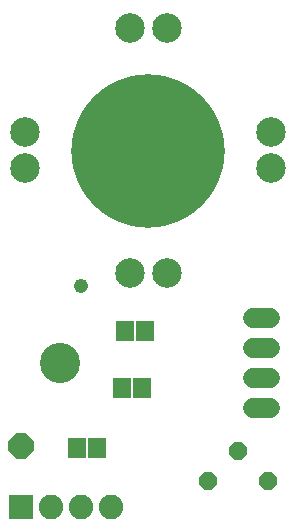
<source format=gbs>
G75*
G70*
%OFA0B0*%
%FSLAX24Y24*%
%IPPOS*%
%LPD*%
%AMOC8*
5,1,8,0,0,1.08239X$1,22.5*
%
%ADD10R,0.0592X0.0671*%
%ADD11OC8,0.0600*%
%ADD12R,0.0820X0.0820*%
%ADD13C,0.0820*%
%ADD14C,0.1340*%
%ADD15C,0.0674*%
%ADD16C,0.0986*%
%ADD17C,0.5119*%
%ADD18OC8,0.0840*%
%ADD19C,0.0476*%
D10*
X002750Y002856D03*
X003419Y002856D03*
X004265Y004848D03*
X004935Y004848D03*
X005021Y006769D03*
X004352Y006769D03*
D11*
X007135Y001750D03*
X008135Y002750D03*
X009135Y001750D03*
D12*
X000895Y000895D03*
D13*
X001895Y000895D03*
X002895Y000895D03*
X003895Y000895D03*
D14*
X002187Y005691D03*
D15*
X008622Y006191D02*
X009216Y006191D01*
X009216Y007191D02*
X008622Y007191D01*
X008622Y005191D02*
X009216Y005191D01*
X009216Y004191D02*
X008622Y004191D01*
D16*
X005769Y008683D03*
X004549Y008683D03*
X001045Y012187D03*
X001045Y013407D03*
X004549Y016872D03*
X005769Y016872D03*
X009234Y013407D03*
X009234Y012187D03*
D17*
X005139Y012777D03*
D18*
X000887Y002935D03*
D19*
X002895Y008250D03*
M02*

</source>
